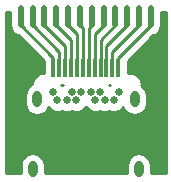
<source format=gbr>
G04 #@! TF.FileFunction,Copper,L1,Top,Signal*
%FSLAX46Y46*%
G04 Gerber Fmt 4.6, Leading zero omitted, Abs format (unit mm)*
G04 Created by KiCad (PCBNEW 4.0.3-stable) date 10/16/17 21:17:04*
%MOMM*%
%LPD*%
G01*
G04 APERTURE LIST*
%ADD10C,0.100000*%
%ADD11O,0.800000X1.400000*%
%ADD12C,0.650000*%
%ADD13R,0.300000X1.500000*%
%ADD14C,0.508000*%
%ADD15C,0.250000*%
%ADD16C,0.254000*%
G04 APERTURE END LIST*
D10*
D11*
X153490000Y-111700000D03*
X144510000Y-111700000D03*
X153130000Y-105750000D03*
D12*
X151400000Y-105850000D03*
X146600000Y-105850000D03*
X149400000Y-105150000D03*
X148600000Y-105150000D03*
X150200000Y-105150000D03*
X147800000Y-105150000D03*
X151800000Y-105150000D03*
D13*
X146250000Y-103140000D03*
X146750000Y-103140000D03*
X147250000Y-103140000D03*
X147750000Y-103140000D03*
X148250000Y-103140000D03*
X148750000Y-103140000D03*
X149250000Y-103140000D03*
X149750000Y-103140000D03*
X150250000Y-103140000D03*
X150750000Y-103140000D03*
X151250000Y-103140000D03*
X151750000Y-103140000D03*
D12*
X146200000Y-105150000D03*
X147400000Y-105850000D03*
X148200000Y-105850000D03*
X150600000Y-105850000D03*
X149800000Y-105850000D03*
D11*
X144870000Y-105750000D03*
D14*
X144500000Y-98000000D02*
X144500000Y-99500000D01*
D15*
X146750000Y-101750000D02*
X144500000Y-99500000D01*
X144500000Y-99500000D02*
X144500000Y-98000000D01*
X146750000Y-103140000D02*
X146750000Y-101750000D01*
D14*
X143500000Y-98000000D02*
X143500000Y-99500000D01*
D15*
X146250000Y-102250000D02*
X143500000Y-99500000D01*
X143500000Y-99500000D02*
X143500000Y-98000000D01*
X146250000Y-103140000D02*
X146250000Y-102250000D01*
D14*
X146500000Y-98000000D02*
X146500000Y-99500000D01*
D15*
X147750000Y-100750000D02*
X146500000Y-99500000D01*
X146500000Y-99500000D02*
X146500000Y-98000000D01*
X147750000Y-103140000D02*
X147750000Y-100750000D01*
D14*
X145500000Y-98000000D02*
X145500000Y-99500000D01*
D15*
X147250000Y-101250000D02*
X145500000Y-99500000D01*
X145500000Y-99500000D02*
X145500000Y-98000000D01*
X147250000Y-103140000D02*
X147250000Y-101250000D01*
D14*
X147500000Y-98000000D02*
X147500000Y-99500000D01*
D15*
X148250000Y-100250000D02*
X147500000Y-99500000D01*
X147500000Y-99500000D02*
X147500000Y-98000000D01*
X148250000Y-103140000D02*
X148250000Y-100250000D01*
D14*
X148500000Y-98000000D02*
X148500000Y-99500000D01*
D15*
X148750000Y-99750000D02*
X148500000Y-99500000D01*
X148500000Y-99500000D02*
X148500000Y-98000000D01*
X148750000Y-103140000D02*
X148750000Y-99750000D01*
D14*
X150500000Y-98000000D02*
X150500000Y-99500000D01*
D15*
X149750000Y-100250000D02*
X150500000Y-99500000D01*
X150500000Y-99500000D02*
X150500000Y-98000000D01*
X149750000Y-103140000D02*
X149750000Y-100250000D01*
D14*
X149500000Y-98000000D02*
X149500000Y-99500000D01*
D15*
X149250000Y-99750000D02*
X149500000Y-99500000D01*
X149500000Y-99500000D02*
X149500000Y-98000000D01*
X149250000Y-103140000D02*
X149250000Y-99750000D01*
D14*
X152500000Y-98000000D02*
X152500000Y-99500000D01*
D15*
X150750000Y-101250000D02*
X152500000Y-99500000D01*
X152500000Y-99500000D02*
X152500000Y-98000000D01*
X150750000Y-103140000D02*
X150750000Y-101250000D01*
D14*
X151500000Y-98000000D02*
X151500000Y-99500000D01*
D15*
X150250000Y-100750000D02*
X151500000Y-99500000D01*
X151500000Y-99500000D02*
X151500000Y-98000000D01*
X150250000Y-103140000D02*
X150250000Y-100750000D01*
D14*
X154500000Y-98000000D02*
X154500000Y-99500000D01*
D15*
X151750000Y-102250000D02*
X154500000Y-99500000D01*
X154500000Y-99500000D02*
X154500000Y-98000000D01*
X151750000Y-103140000D02*
X151750000Y-102250000D01*
D14*
X153500000Y-98000000D02*
X153500000Y-99500000D01*
D15*
X151250000Y-101750000D02*
X153500000Y-99500000D01*
X153500000Y-99500000D02*
X153500000Y-98000000D01*
X151250000Y-103140000D02*
X151250000Y-101750000D01*
D16*
G36*
X142611000Y-99500000D02*
X142678671Y-99840206D01*
X142871382Y-100128618D01*
X143159794Y-100321329D01*
X143268063Y-100342865D01*
X145452560Y-102527362D01*
X145452560Y-103526312D01*
X145356886Y-103534962D01*
X145208892Y-103534833D01*
X145167037Y-103552127D01*
X145121935Y-103556205D01*
X144929258Y-103636015D01*
X144928057Y-103650872D01*
X144854086Y-103681436D01*
X144582390Y-103952658D01*
X144551089Y-104028040D01*
X144536015Y-104029258D01*
X144491923Y-104170526D01*
X144435168Y-104307208D01*
X144435128Y-104352495D01*
X144421636Y-104395724D01*
X144430746Y-104496481D01*
X144138144Y-104691990D01*
X143913785Y-105027769D01*
X143835000Y-105423846D01*
X143835000Y-106076154D01*
X143913785Y-106472231D01*
X144138144Y-106808010D01*
X144473923Y-107032369D01*
X144870000Y-107111154D01*
X145266077Y-107032369D01*
X145601856Y-106808010D01*
X145826215Y-106472231D01*
X145832607Y-106440098D01*
X146055493Y-106663374D01*
X146408206Y-106809833D01*
X146790118Y-106810167D01*
X147000081Y-106723412D01*
X147208206Y-106809833D01*
X147590118Y-106810167D01*
X147800081Y-106723412D01*
X148008206Y-106809833D01*
X148390118Y-106810167D01*
X148743086Y-106664323D01*
X149000212Y-106407646D01*
X149255493Y-106663374D01*
X149608206Y-106809833D01*
X149990118Y-106810167D01*
X150200081Y-106723412D01*
X150408206Y-106809833D01*
X150790118Y-106810167D01*
X151000081Y-106723412D01*
X151208206Y-106809833D01*
X151590118Y-106810167D01*
X151943086Y-106664323D01*
X152167445Y-106440356D01*
X152173785Y-106472231D01*
X152398144Y-106808010D01*
X152733923Y-107032369D01*
X153130000Y-107111154D01*
X153526077Y-107032369D01*
X153861856Y-106808010D01*
X154086215Y-106472231D01*
X154165000Y-106076154D01*
X154165000Y-105423846D01*
X154086215Y-105027769D01*
X153861856Y-104691990D01*
X153713301Y-104592729D01*
X153731746Y-104500000D01*
X153658290Y-104130710D01*
X153516767Y-103918907D01*
X153516078Y-103917530D01*
X153515508Y-103917023D01*
X153449104Y-103817642D01*
X153267988Y-103696624D01*
X153234482Y-103666789D01*
X153211232Y-103658700D01*
X153136036Y-103608456D01*
X152974385Y-103576302D01*
X152878366Y-103542897D01*
X152866321Y-103554807D01*
X152766746Y-103535000D01*
X152547440Y-103535000D01*
X152547440Y-102527362D01*
X154731937Y-100342865D01*
X154840206Y-100321329D01*
X155128618Y-100128618D01*
X155321329Y-99840206D01*
X155389000Y-99500000D01*
X155389000Y-98410000D01*
X155790000Y-98410000D01*
X155790000Y-111990000D01*
X154525000Y-111990000D01*
X154525000Y-111373846D01*
X154446215Y-110977769D01*
X154221856Y-110641990D01*
X153886077Y-110417631D01*
X153490000Y-110338846D01*
X153093923Y-110417631D01*
X152758144Y-110641990D01*
X152533785Y-110977769D01*
X152455000Y-111373846D01*
X152455000Y-111990000D01*
X145545000Y-111990000D01*
X145545000Y-111373846D01*
X145466215Y-110977769D01*
X145241856Y-110641990D01*
X144906077Y-110417631D01*
X144510000Y-110338846D01*
X144113923Y-110417631D01*
X143778144Y-110641990D01*
X143553785Y-110977769D01*
X143475000Y-111373846D01*
X143475000Y-111990000D01*
X142210000Y-111990000D01*
X142210000Y-98410000D01*
X142611000Y-98410000D01*
X142611000Y-99500000D01*
X142611000Y-99500000D01*
G37*
X142611000Y-99500000D02*
X142678671Y-99840206D01*
X142871382Y-100128618D01*
X143159794Y-100321329D01*
X143268063Y-100342865D01*
X145452560Y-102527362D01*
X145452560Y-103526312D01*
X145356886Y-103534962D01*
X145208892Y-103534833D01*
X145167037Y-103552127D01*
X145121935Y-103556205D01*
X144929258Y-103636015D01*
X144928057Y-103650872D01*
X144854086Y-103681436D01*
X144582390Y-103952658D01*
X144551089Y-104028040D01*
X144536015Y-104029258D01*
X144491923Y-104170526D01*
X144435168Y-104307208D01*
X144435128Y-104352495D01*
X144421636Y-104395724D01*
X144430746Y-104496481D01*
X144138144Y-104691990D01*
X143913785Y-105027769D01*
X143835000Y-105423846D01*
X143835000Y-106076154D01*
X143913785Y-106472231D01*
X144138144Y-106808010D01*
X144473923Y-107032369D01*
X144870000Y-107111154D01*
X145266077Y-107032369D01*
X145601856Y-106808010D01*
X145826215Y-106472231D01*
X145832607Y-106440098D01*
X146055493Y-106663374D01*
X146408206Y-106809833D01*
X146790118Y-106810167D01*
X147000081Y-106723412D01*
X147208206Y-106809833D01*
X147590118Y-106810167D01*
X147800081Y-106723412D01*
X148008206Y-106809833D01*
X148390118Y-106810167D01*
X148743086Y-106664323D01*
X149000212Y-106407646D01*
X149255493Y-106663374D01*
X149608206Y-106809833D01*
X149990118Y-106810167D01*
X150200081Y-106723412D01*
X150408206Y-106809833D01*
X150790118Y-106810167D01*
X151000081Y-106723412D01*
X151208206Y-106809833D01*
X151590118Y-106810167D01*
X151943086Y-106664323D01*
X152167445Y-106440356D01*
X152173785Y-106472231D01*
X152398144Y-106808010D01*
X152733923Y-107032369D01*
X153130000Y-107111154D01*
X153526077Y-107032369D01*
X153861856Y-106808010D01*
X154086215Y-106472231D01*
X154165000Y-106076154D01*
X154165000Y-105423846D01*
X154086215Y-105027769D01*
X153861856Y-104691990D01*
X153713301Y-104592729D01*
X153731746Y-104500000D01*
X153658290Y-104130710D01*
X153516767Y-103918907D01*
X153516078Y-103917530D01*
X153515508Y-103917023D01*
X153449104Y-103817642D01*
X153267988Y-103696624D01*
X153234482Y-103666789D01*
X153211232Y-103658700D01*
X153136036Y-103608456D01*
X152974385Y-103576302D01*
X152878366Y-103542897D01*
X152866321Y-103554807D01*
X152766746Y-103535000D01*
X152547440Y-103535000D01*
X152547440Y-102527362D01*
X154731937Y-100342865D01*
X154840206Y-100321329D01*
X155128618Y-100128618D01*
X155321329Y-99840206D01*
X155389000Y-99500000D01*
X155389000Y-98410000D01*
X155790000Y-98410000D01*
X155790000Y-111990000D01*
X154525000Y-111990000D01*
X154525000Y-111373846D01*
X154446215Y-110977769D01*
X154221856Y-110641990D01*
X153886077Y-110417631D01*
X153490000Y-110338846D01*
X153093923Y-110417631D01*
X152758144Y-110641990D01*
X152533785Y-110977769D01*
X152455000Y-111373846D01*
X152455000Y-111990000D01*
X145545000Y-111990000D01*
X145545000Y-111373846D01*
X145466215Y-110977769D01*
X145241856Y-110641990D01*
X144906077Y-110417631D01*
X144510000Y-110338846D01*
X144113923Y-110417631D01*
X143778144Y-110641990D01*
X143553785Y-110977769D01*
X143475000Y-111373846D01*
X143475000Y-111990000D01*
X142210000Y-111990000D01*
X142210000Y-98410000D01*
X142611000Y-98410000D01*
X142611000Y-99500000D01*
G36*
X147062421Y-104529830D02*
X146999788Y-104592354D01*
X146937859Y-104530316D01*
X147003671Y-104517933D01*
X147062421Y-104529830D01*
X147062421Y-104529830D01*
G37*
X147062421Y-104529830D02*
X146999788Y-104592354D01*
X146937859Y-104530316D01*
X147003671Y-104517933D01*
X147062421Y-104529830D01*
G36*
X151062421Y-104529830D02*
X150999788Y-104592354D01*
X150937859Y-104530316D01*
X151003671Y-104517933D01*
X151062421Y-104529830D01*
X151062421Y-104529830D01*
G37*
X151062421Y-104529830D02*
X150999788Y-104592354D01*
X150937859Y-104530316D01*
X151003671Y-104517933D01*
X151062421Y-104529830D01*
M02*

</source>
